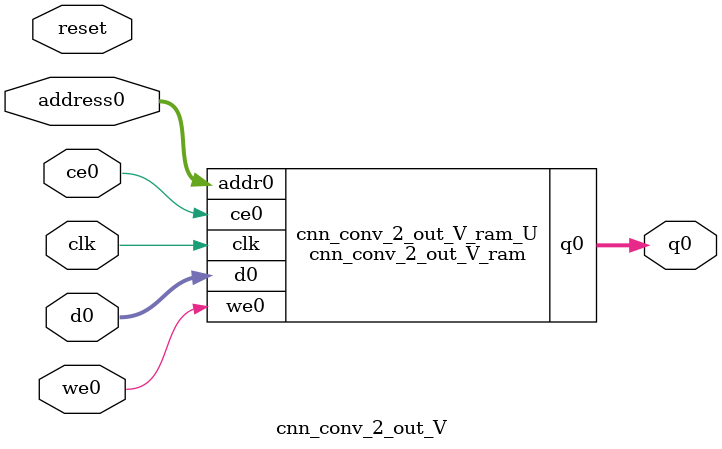
<source format=v>
`timescale 1 ns / 1 ps
module cnn_conv_2_out_V_ram (addr0, ce0, d0, we0, q0,  clk);

parameter DWIDTH = 12;
parameter AWIDTH = 11;
parameter MEM_SIZE = 1936;

input[AWIDTH-1:0] addr0;
input ce0;
input[DWIDTH-1:0] d0;
input we0;
output reg[DWIDTH-1:0] q0;
input clk;

(* ram_style = "block" *)reg [DWIDTH-1:0] ram[0:MEM_SIZE-1];




always @(posedge clk)  
begin 
    if (ce0) 
    begin
        if (we0) 
        begin 
            ram[addr0] <= d0; 
        end 
        q0 <= ram[addr0];
    end
end


endmodule

`timescale 1 ns / 1 ps
module cnn_conv_2_out_V(
    reset,
    clk,
    address0,
    ce0,
    we0,
    d0,
    q0);

parameter DataWidth = 32'd12;
parameter AddressRange = 32'd1936;
parameter AddressWidth = 32'd11;
input reset;
input clk;
input[AddressWidth - 1:0] address0;
input ce0;
input we0;
input[DataWidth - 1:0] d0;
output[DataWidth - 1:0] q0;



cnn_conv_2_out_V_ram cnn_conv_2_out_V_ram_U(
    .clk( clk ),
    .addr0( address0 ),
    .ce0( ce0 ),
    .we0( we0 ),
    .d0( d0 ),
    .q0( q0 ));

endmodule


</source>
